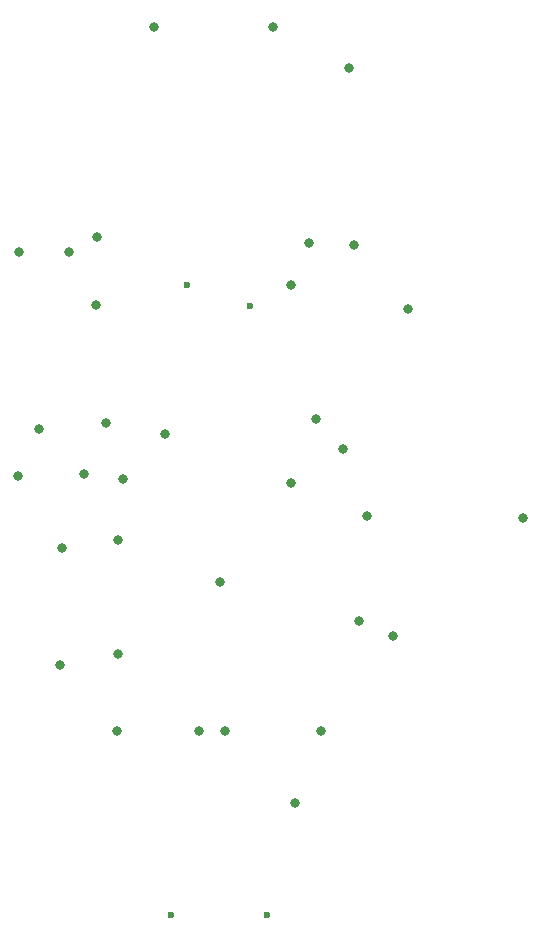
<source format=gbr>
%TF.GenerationSoftware,Altium Limited,Altium Designer,21.2.1 (34)*%
G04 Layer_Color=0*
%FSLAX25Y25*%
%MOIN*%
%TF.SameCoordinates,D824F303-33D3-4EC3-9BEE-61EECA8924FC*%
%TF.FilePolarity,Positive*%
%TF.FileFunction,Plated,1,2,PTH,Drill*%
%TF.Part,Single*%
G01*
G75*
%TA.AperFunction,OtherDrill,Free Pad (1990mil,310mil)*%
%ADD24C,0.02362*%
%TA.AperFunction,OtherDrill,Free Pad (1935mil,2340mil)*%
%ADD25C,0.02362*%
%TA.AperFunction,OtherDrill,Free Pad (1725mil,2410mil)*%
%ADD26C,0.02362*%
%TA.AperFunction,OtherDrill,Free Pad (1670mil,310mil)*%
%ADD27C,0.02362*%
%TA.AperFunction,ViaDrill,NotFilled*%
%ADD28C,0.03150*%
D24*
X199000Y31000D02*
D03*
D25*
X193500Y234000D02*
D03*
D26*
X172500Y241000D02*
D03*
D27*
X167000Y31000D02*
D03*
D28*
X208500Y68500D02*
D03*
X241000Y124000D02*
D03*
X284500Y163500D02*
D03*
X246000Y233000D02*
D03*
X151000Y176500D02*
D03*
X130750Y153250D02*
D03*
X116000Y177500D02*
D03*
X138000Y178000D02*
D03*
X213000Y255000D02*
D03*
X215500Y196500D02*
D03*
X145500Y195000D02*
D03*
X133000Y252000D02*
D03*
X142500Y257000D02*
D03*
X228000Y254500D02*
D03*
X116500Y252000D02*
D03*
X149500Y156000D02*
D03*
X123000Y193000D02*
D03*
X201000Y327000D02*
D03*
X161500D02*
D03*
X165000Y191500D02*
D03*
X183500Y142000D02*
D03*
X149500Y118000D02*
D03*
X207000Y175000D02*
D03*
Y241000D02*
D03*
X226500Y313500D02*
D03*
X224500Y186500D02*
D03*
X229925Y129075D02*
D03*
X232500Y164000D02*
D03*
X142250Y234250D02*
D03*
X130000Y114500D02*
D03*
X149000Y92500D02*
D03*
X217000D02*
D03*
X185000D02*
D03*
X176500D02*
D03*
%TF.MD5,84af79d557a3860adbddb1041e5e7cdd*%
M02*

</source>
